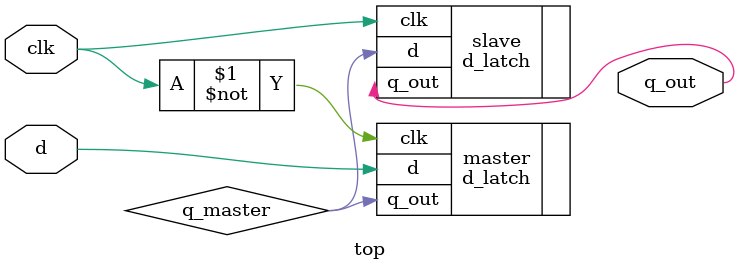
<source format=v>
/*--==========================================================================--*/
//--================================ VERILOG ===================================--
//--============================================================================--
//--                                                                            --
//-- FILE NAME: top.v                                                           --
//--                                                                            --
//-- DATE: 9/10/2012                                                            --
//--                                                                            --
//-- DESIGNER: Samir Silbak                                                     --
//--           silbak04@gmail.com                                               --
//--                                                                            --
//-- DESCRIPTION: instantiates two d latches                                    --
//--                                                                            --
//--============================================================================--
//--================================ VERILOG ===================================--
/*--===========================================================================--*/

module top (
    input clk, d,
    output q_out
);

    wire q_master;

    /* master d_latch */
    d_latch master(
        .clk(~clk),
        .d(d),
        .q_out(q_master)
    );

    /* slave d_latch */
    d_latch slave(
        .clk(clk),
        .d(q_master),
        .q_out(q_out)
    );

endmodule

</source>
